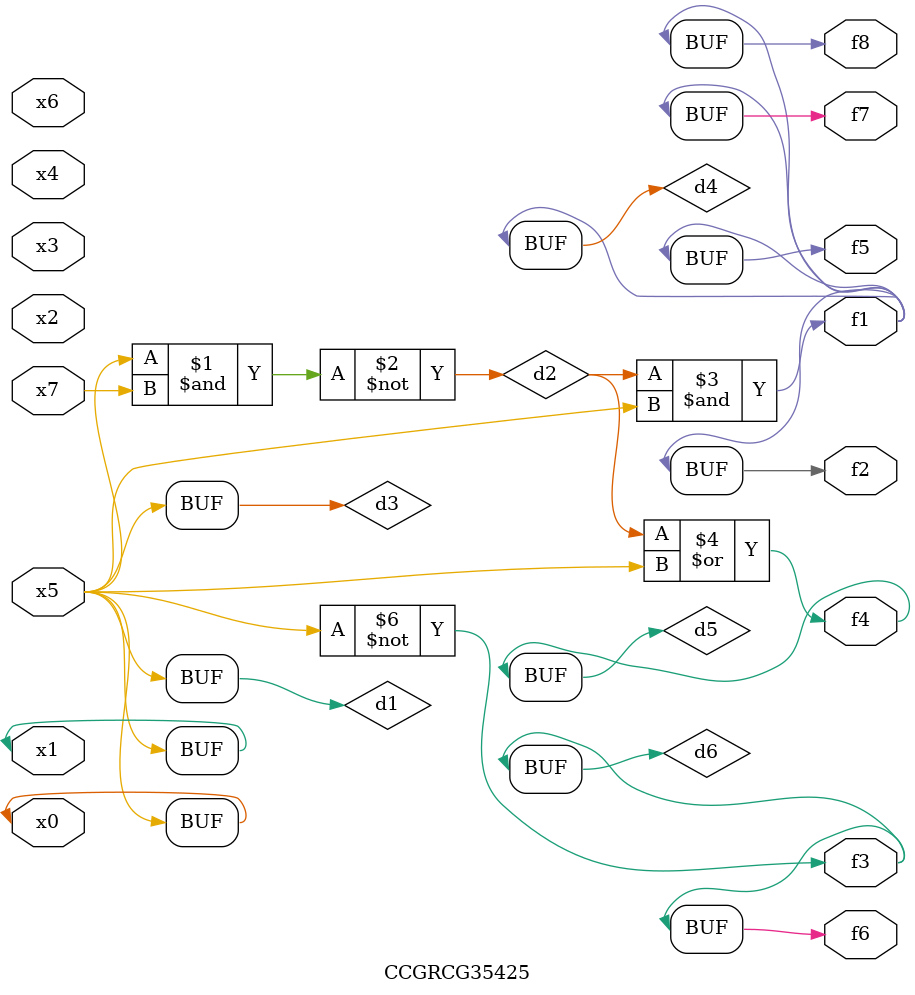
<source format=v>
module CCGRCG35425(
	input x0, x1, x2, x3, x4, x5, x6, x7,
	output f1, f2, f3, f4, f5, f6, f7, f8
);

	wire d1, d2, d3, d4, d5, d6;

	buf (d1, x0, x5);
	nand (d2, x5, x7);
	buf (d3, x0, x1);
	and (d4, d2, d3);
	or (d5, d2, d3);
	nor (d6, d1, d3);
	assign f1 = d4;
	assign f2 = d4;
	assign f3 = d6;
	assign f4 = d5;
	assign f5 = d4;
	assign f6 = d6;
	assign f7 = d4;
	assign f8 = d4;
endmodule

</source>
